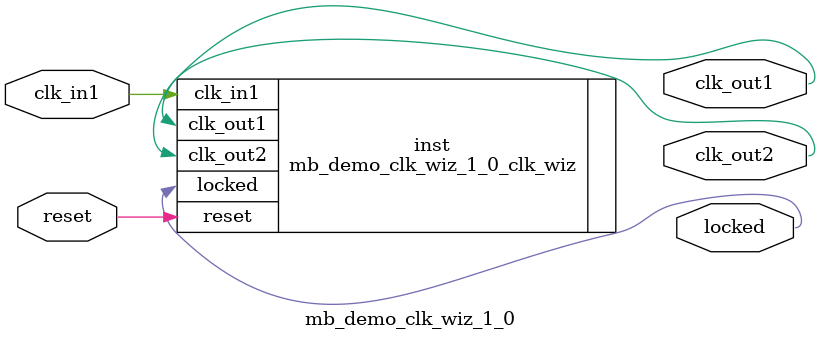
<source format=v>


`timescale 1ps/1ps

(* CORE_GENERATION_INFO = "mb_demo_clk_wiz_1_0,clk_wiz_v6_0_1_0_0,{component_name=mb_demo_clk_wiz_1_0,use_phase_alignment=true,use_min_o_jitter=false,use_max_i_jitter=false,use_dyn_phase_shift=false,use_inclk_switchover=false,use_dyn_reconfig=false,enable_axi=0,feedback_source=FDBK_AUTO,PRIMITIVE=MMCM,num_out_clk=2,clkin1_period=10.000,clkin2_period=10.000,use_power_down=false,use_reset=true,use_locked=true,use_inclk_stopped=false,feedback_type=SINGLE,CLOCK_MGR_TYPE=NA,manual_override=false}" *)

module mb_demo_clk_wiz_1_0 
 (
  // Clock out ports
  output        clk_out1,
  output        clk_out2,
  // Status and control signals
  input         reset,
  output        locked,
 // Clock in ports
  input         clk_in1
 );

  mb_demo_clk_wiz_1_0_clk_wiz inst
  (
  // Clock out ports  
  .clk_out1(clk_out1),
  .clk_out2(clk_out2),
  // Status and control signals               
  .reset(reset), 
  .locked(locked),
 // Clock in ports
  .clk_in1(clk_in1)
  );

endmodule

</source>
